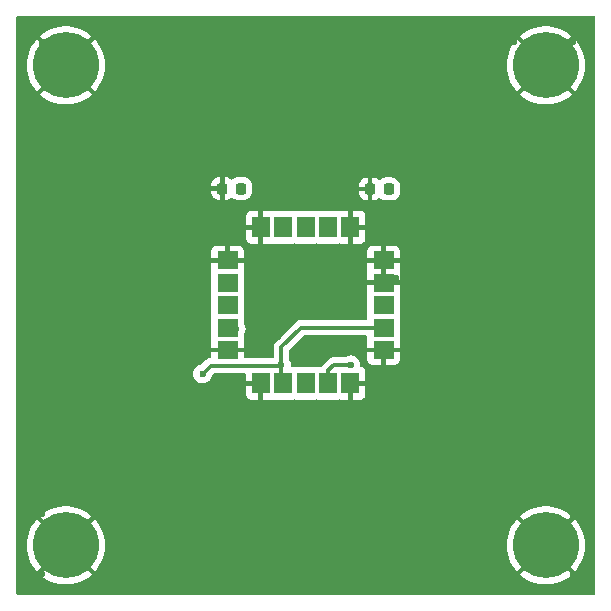
<source format=gbr>
%TF.GenerationSoftware,KiCad,Pcbnew,8.0.6+1*%
%TF.CreationDate,2025-01-11T17:58:48+00:00*%
%TF.ProjectId,TFGPSLITE02,54464750-534c-4495-9445-30322e6b6963,rev?*%
%TF.SameCoordinates,Original*%
%TF.FileFunction,Copper,L1,Top*%
%TF.FilePolarity,Positive*%
%FSLAX46Y46*%
G04 Gerber Fmt 4.6, Leading zero omitted, Abs format (unit mm)*
G04 Created by KiCad (PCBNEW 8.0.6+1) date 2025-01-11 17:58:48*
%MOMM*%
%LPD*%
G01*
G04 APERTURE LIST*
G04 Aperture macros list*
%AMRoundRect*
0 Rectangle with rounded corners*
0 $1 Rounding radius*
0 $2 $3 $4 $5 $6 $7 $8 $9 X,Y pos of 4 corners*
0 Add a 4 corners polygon primitive as box body*
4,1,4,$2,$3,$4,$5,$6,$7,$8,$9,$2,$3,0*
0 Add four circle primitives for the rounded corners*
1,1,$1+$1,$2,$3*
1,1,$1+$1,$4,$5*
1,1,$1+$1,$6,$7*
1,1,$1+$1,$8,$9*
0 Add four rect primitives between the rounded corners*
20,1,$1+$1,$2,$3,$4,$5,0*
20,1,$1+$1,$4,$5,$6,$7,0*
20,1,$1+$1,$6,$7,$8,$9,0*
20,1,$1+$1,$8,$9,$2,$3,0*%
G04 Aperture macros list end*
%TA.AperFunction,ComponentPad*%
%ADD10C,5.600000*%
%TD*%
%TA.AperFunction,SMDPad,CuDef*%
%ADD11R,1.800000X1.500000*%
%TD*%
%TA.AperFunction,SMDPad,CuDef*%
%ADD12R,1.500000X1.800000*%
%TD*%
%TA.AperFunction,SMDPad,CuDef*%
%ADD13RoundRect,0.218750X-0.218750X-0.256250X0.218750X-0.256250X0.218750X0.256250X-0.218750X0.256250X0*%
%TD*%
%TA.AperFunction,ViaPad*%
%ADD14C,0.600000*%
%TD*%
%TA.AperFunction,Conductor*%
%ADD15C,0.300000*%
%TD*%
%TA.AperFunction,Conductor*%
%ADD16C,0.500000*%
%TD*%
G04 APERTURE END LIST*
D10*
%TO.P,M4,1*%
%TO.N,GND*%
X156340000Y-130320000D03*
%TD*%
D11*
%TO.P,U2,1,GND*%
%TO.N,GND*%
X142610000Y-113795000D03*
%TO.P,U2,2,VCC_IO*%
%TO.N,+3V3*%
X142610000Y-111895000D03*
%TO.P,U2,3,V_BCKP*%
%TO.N,/UBX_VBCKP*%
X142610000Y-109995000D03*
%TO.P,U2,4,GND*%
%TO.N,GND*%
X142610000Y-108095000D03*
%TO.P,U2,5,GND*%
X142610000Y-106195000D03*
D12*
%TO.P,U2,6,GND*%
X139810000Y-103395000D03*
%TO.P,U2,7,TIMEPULSE*%
%TO.N,/TPL*%
X137910000Y-103395000D03*
%TO.P,U2,8,~{SAFEBOOT}*%
%TO.N,unconnected-(U2-~{SAFEBOOT}-Pad8)*%
X136010000Y-103395000D03*
%TO.P,U2,9,SDA*%
%TO.N,Net-(U2-SDA)*%
X134110000Y-103395000D03*
%TO.P,U2,10,GND*%
%TO.N,GND*%
X132210000Y-103395000D03*
D11*
%TO.P,U2,11,GND*%
X129410000Y-106195000D03*
%TO.P,U2,12,SCL*%
%TO.N,Net-(U2-SCL)*%
X129410000Y-108095000D03*
%TO.P,U2,13,TXD*%
%TO.N,/L_UBX_TX*%
X129410000Y-109995000D03*
%TO.P,U2,14,RXD*%
%TO.N,/L_UBX_RX*%
X129410000Y-111895000D03*
%TO.P,U2,15,GND*%
%TO.N,GND*%
X129410000Y-113795000D03*
D12*
%TO.P,U2,16,GND*%
X132210000Y-116595000D03*
%TO.P,U2,17,VCC*%
%TO.N,+3V3*%
X134110000Y-116595000D03*
%TO.P,U2,18,~{RESET}*%
%TO.N,unconnected-(U2-~{RESET}-Pad18)*%
X136010000Y-116595000D03*
%TO.P,U2,19,EXTINT*%
%TO.N,/EXTINT*%
X137910000Y-116595000D03*
%TO.P,U2,20,GND*%
%TO.N,GND*%
X139810000Y-116595000D03*
%TD*%
D13*
%TO.P,D3,1,K*%
%TO.N,GND*%
X141460000Y-100150000D03*
%TO.P,D3,2,A*%
%TO.N,Net-(D3-A)*%
X143035000Y-100150000D03*
%TD*%
D10*
%TO.P,M1,1*%
%TO.N,GND*%
X115700000Y-89680000D03*
%TD*%
%TO.P,M3,1*%
%TO.N,GND*%
X115700000Y-130320000D03*
%TD*%
D13*
%TO.P,D2,1,K*%
%TO.N,GND*%
X128965000Y-100120000D03*
%TO.P,D2,2,A*%
%TO.N,Net-(D2-A)*%
X130540000Y-100120000D03*
%TD*%
D10*
%TO.P,M2,1*%
%TO.N,GND*%
X156340000Y-89680000D03*
%TD*%
D14*
%TO.N,+3V3*%
X142610000Y-111895000D03*
X133970000Y-115050000D03*
X127290000Y-115800000D03*
%TO.N,GND*%
X118670000Y-102710000D03*
X148670000Y-97710000D03*
X148670000Y-127710000D03*
X118670000Y-87710000D03*
X123670000Y-112710000D03*
X138670000Y-127710000D03*
X113670000Y-127710000D03*
X153670000Y-117710000D03*
X148670000Y-87710000D03*
X158670000Y-97710000D03*
X123670000Y-87710000D03*
X130090000Y-122220000D03*
X113670000Y-132710000D03*
X158670000Y-132710000D03*
X133670000Y-122710000D03*
X136090000Y-119220000D03*
X113670000Y-102710000D03*
X123670000Y-132710000D03*
X145090000Y-116220000D03*
X123670000Y-122710000D03*
X133670000Y-127710000D03*
X136090000Y-122220000D03*
X118670000Y-92710000D03*
X158670000Y-117710000D03*
X118670000Y-117710000D03*
X148670000Y-92710000D03*
X138670000Y-132710000D03*
X143670000Y-122710000D03*
X113670000Y-117710000D03*
X113670000Y-97710000D03*
X153670000Y-97710000D03*
X143670000Y-97710000D03*
X143670000Y-102710000D03*
X123670000Y-102710000D03*
X148670000Y-102710000D03*
X127090000Y-122220000D03*
X138670000Y-122710000D03*
X118670000Y-107710000D03*
X128670000Y-102710000D03*
X153670000Y-102710000D03*
X128670000Y-132710000D03*
X147070000Y-109395000D03*
X123670000Y-127710000D03*
X148670000Y-107710000D03*
X128670000Y-87710000D03*
X158670000Y-87710000D03*
X147640000Y-108040000D03*
X128670000Y-127710000D03*
X128670000Y-92710000D03*
X158670000Y-112710000D03*
X143670000Y-132710000D03*
X118670000Y-132710000D03*
X118670000Y-97710000D03*
X143670000Y-117710000D03*
X118670000Y-127710000D03*
X138670000Y-97710000D03*
X113670000Y-112710000D03*
X133670000Y-112710000D03*
X148670000Y-132710000D03*
X113670000Y-107710000D03*
X118670000Y-122710000D03*
X153670000Y-127710000D03*
X138670000Y-87710000D03*
X143670000Y-107710000D03*
X113670000Y-122710000D03*
X136090000Y-113220000D03*
X113670000Y-87710000D03*
X158670000Y-122710000D03*
X153670000Y-107710000D03*
X113670000Y-92710000D03*
X143670000Y-92710000D03*
X158670000Y-107710000D03*
X128670000Y-122710000D03*
X153670000Y-132710000D03*
X133670000Y-87710000D03*
X123670000Y-97710000D03*
X143670000Y-87710000D03*
X158670000Y-92710000D03*
X123670000Y-92710000D03*
X133670000Y-97710000D03*
X124090000Y-122220000D03*
X153670000Y-87710000D03*
X138830000Y-112880000D03*
X143670000Y-127710000D03*
X133090000Y-122220000D03*
X128670000Y-97710000D03*
X153670000Y-122710000D03*
X133670000Y-92710000D03*
X158670000Y-127710000D03*
X133670000Y-132710000D03*
X124090000Y-119220000D03*
X139000000Y-107700000D03*
X145090000Y-122220000D03*
X148670000Y-122710000D03*
X138670000Y-92710000D03*
X148670000Y-117710000D03*
X123670000Y-107710000D03*
X153670000Y-92710000D03*
X153670000Y-112710000D03*
X158670000Y-102710000D03*
X133670000Y-107710000D03*
X142090000Y-122620000D03*
X118670000Y-112710000D03*
%TO.N,/UBX_VBCKP*%
X142180000Y-109630000D03*
%TO.N,Net-(D2-A)*%
X130540000Y-100120000D03*
%TO.N,Net-(D3-A)*%
X143170000Y-100110000D03*
%TO.N,Net-(U2-SDA)*%
X134120000Y-103400000D03*
%TO.N,Net-(U2-SCL)*%
X129410000Y-107770000D03*
%TO.N,/L_UBX_TX*%
X129450000Y-110250000D03*
%TO.N,/L_UBX_RX*%
X130130000Y-111980000D03*
%TO.N,/TPL*%
X137910000Y-103395000D03*
%TO.N,/EXTINT*%
X139840000Y-115055000D03*
%TD*%
D15*
%TO.N,+3V3*%
X134637500Y-116870000D02*
X134620000Y-116852500D01*
X133970000Y-115110000D02*
X133970000Y-116450000D01*
X135590000Y-111900000D02*
X133970000Y-113520000D01*
X133970000Y-116450000D02*
X134120000Y-116600000D01*
X133970000Y-115050000D02*
X133970000Y-115110000D01*
X127980000Y-115110000D02*
X127290000Y-115800000D01*
X142620000Y-111900000D02*
X135590000Y-111900000D01*
X133970000Y-115110000D02*
X127980000Y-115110000D01*
X133970000Y-113520000D02*
X133970000Y-115050000D01*
%TO.N,GND*%
X140460000Y-116757500D02*
X140347500Y-116870000D01*
D16*
%TO.N,Net-(D3-A)*%
X143130000Y-100150000D02*
X143170000Y-100110000D01*
X143035000Y-100150000D02*
X143130000Y-100150000D01*
D15*
%TO.N,/EXTINT*%
X137920000Y-115520000D02*
X137920000Y-116600000D01*
X138385000Y-115055000D02*
X137920000Y-115520000D01*
X139840000Y-115055000D02*
X138385000Y-115055000D01*
%TD*%
%TA.AperFunction,Conductor*%
%TO.N,GND*%
G36*
X160478691Y-85519407D02*
G01*
X160514655Y-85568907D01*
X160519500Y-85599500D01*
X160519500Y-134400500D01*
X160500593Y-134458691D01*
X160451093Y-134494655D01*
X160420500Y-134499500D01*
X111619500Y-134499500D01*
X111561309Y-134480593D01*
X111525345Y-134431093D01*
X111520500Y-134400500D01*
X111520500Y-130320000D01*
X112395153Y-130320000D01*
X112414525Y-130677317D01*
X112472418Y-131030449D01*
X112568146Y-131375229D01*
X112568148Y-131375234D01*
X112700604Y-131707673D01*
X112868215Y-132023822D01*
X113069032Y-132320004D01*
X113069039Y-132320014D01*
X113228918Y-132508236D01*
X114435502Y-131301651D01*
X114479588Y-131362330D01*
X114657670Y-131540412D01*
X114718345Y-131584495D01*
X113510943Y-132791898D01*
X113560488Y-132838829D01*
X113845358Y-133055382D01*
X113845363Y-133055385D01*
X114151980Y-133239871D01*
X114476744Y-133390123D01*
X114815868Y-133504387D01*
X115165330Y-133581310D01*
X115165329Y-133581310D01*
X115521078Y-133620000D01*
X115878922Y-133620000D01*
X116234670Y-133581310D01*
X116584130Y-133504387D01*
X116584132Y-133504387D01*
X116923255Y-133390123D01*
X117248019Y-133239871D01*
X117554636Y-133055385D01*
X117554641Y-133055382D01*
X117839509Y-132838832D01*
X117839515Y-132838827D01*
X117889055Y-132791898D01*
X117889055Y-132791897D01*
X116681653Y-131584495D01*
X116742330Y-131540412D01*
X116920412Y-131362330D01*
X116964496Y-131301653D01*
X118171080Y-132508237D01*
X118330962Y-132320011D01*
X118330966Y-132320007D01*
X118531784Y-132023822D01*
X118699395Y-131707673D01*
X118831851Y-131375234D01*
X118831853Y-131375229D01*
X118927581Y-131030449D01*
X118985474Y-130677317D01*
X119004846Y-130320000D01*
X153035153Y-130320000D01*
X153054525Y-130677317D01*
X153112418Y-131030449D01*
X153208146Y-131375229D01*
X153208148Y-131375234D01*
X153340604Y-131707673D01*
X153508215Y-132023822D01*
X153709032Y-132320004D01*
X153709039Y-132320014D01*
X153868918Y-132508236D01*
X155075502Y-131301651D01*
X155119588Y-131362330D01*
X155297670Y-131540412D01*
X155358345Y-131584495D01*
X154150943Y-132791898D01*
X154200488Y-132838829D01*
X154485358Y-133055382D01*
X154485363Y-133055385D01*
X154791980Y-133239871D01*
X155116744Y-133390123D01*
X155455868Y-133504387D01*
X155805330Y-133581310D01*
X155805329Y-133581310D01*
X156161078Y-133620000D01*
X156518922Y-133620000D01*
X156874670Y-133581310D01*
X157224130Y-133504387D01*
X157224132Y-133504387D01*
X157563255Y-133390123D01*
X157888019Y-133239871D01*
X158194636Y-133055385D01*
X158194641Y-133055382D01*
X158479509Y-132838832D01*
X158479515Y-132838827D01*
X158529055Y-132791898D01*
X158529055Y-132791897D01*
X157321653Y-131584495D01*
X157382330Y-131540412D01*
X157560412Y-131362330D01*
X157604496Y-131301653D01*
X158811080Y-132508237D01*
X158970962Y-132320011D01*
X158970966Y-132320007D01*
X159171784Y-132023822D01*
X159339395Y-131707673D01*
X159471851Y-131375234D01*
X159471853Y-131375229D01*
X159567581Y-131030449D01*
X159625474Y-130677317D01*
X159644846Y-130320000D01*
X159625474Y-129962682D01*
X159567581Y-129609550D01*
X159471853Y-129264770D01*
X159471851Y-129264765D01*
X159339395Y-128932326D01*
X159171784Y-128616177D01*
X158970967Y-128319995D01*
X158970960Y-128319985D01*
X158811079Y-128131761D01*
X157604495Y-129338345D01*
X157560412Y-129277670D01*
X157382330Y-129099588D01*
X157321652Y-129055502D01*
X158529055Y-127848100D01*
X158479511Y-127801170D01*
X158194641Y-127584617D01*
X158194636Y-127584614D01*
X157888019Y-127400128D01*
X157563255Y-127249876D01*
X157224131Y-127135612D01*
X156874669Y-127058689D01*
X156874670Y-127058689D01*
X156518922Y-127020000D01*
X156161078Y-127020000D01*
X155805329Y-127058689D01*
X155455869Y-127135612D01*
X155455867Y-127135612D01*
X155116744Y-127249876D01*
X154791980Y-127400128D01*
X154485363Y-127584614D01*
X154485358Y-127584617D01*
X154200488Y-127801169D01*
X154150943Y-127848100D01*
X155358346Y-129055503D01*
X155297670Y-129099588D01*
X155119588Y-129277670D01*
X155075503Y-129338346D01*
X153868918Y-128131761D01*
X153709039Y-128319985D01*
X153709032Y-128319995D01*
X153508215Y-128616177D01*
X153340604Y-128932326D01*
X153208148Y-129264765D01*
X153208146Y-129264770D01*
X153112418Y-129609550D01*
X153054525Y-129962682D01*
X153035153Y-130320000D01*
X119004846Y-130320000D01*
X118985474Y-129962682D01*
X118927581Y-129609550D01*
X118831853Y-129264770D01*
X118831851Y-129264765D01*
X118699395Y-128932326D01*
X118531784Y-128616177D01*
X118330967Y-128319995D01*
X118330960Y-128319985D01*
X118171079Y-128131761D01*
X116964495Y-129338345D01*
X116920412Y-129277670D01*
X116742330Y-129099588D01*
X116681652Y-129055502D01*
X117889055Y-127848100D01*
X117839511Y-127801170D01*
X117554641Y-127584617D01*
X117554636Y-127584614D01*
X117248019Y-127400128D01*
X116923255Y-127249876D01*
X116584131Y-127135612D01*
X116234669Y-127058689D01*
X116234670Y-127058689D01*
X115878922Y-127020000D01*
X115521078Y-127020000D01*
X115165329Y-127058689D01*
X114815869Y-127135612D01*
X114815867Y-127135612D01*
X114476744Y-127249876D01*
X114151980Y-127400128D01*
X113845363Y-127584614D01*
X113845358Y-127584617D01*
X113560488Y-127801169D01*
X113510943Y-127848100D01*
X114718346Y-129055503D01*
X114657670Y-129099588D01*
X114479588Y-129277670D01*
X114435503Y-129338346D01*
X113228918Y-128131761D01*
X113069039Y-128319985D01*
X113069032Y-128319995D01*
X112868215Y-128616177D01*
X112700604Y-128932326D01*
X112568148Y-129264765D01*
X112568146Y-129264770D01*
X112472418Y-129609550D01*
X112414525Y-129962682D01*
X112395153Y-130320000D01*
X111520500Y-130320000D01*
X111520500Y-117542824D01*
X130959999Y-117542824D01*
X130966401Y-117602370D01*
X130966403Y-117602381D01*
X131016646Y-117737088D01*
X131016647Y-117737090D01*
X131102807Y-117852184D01*
X131102815Y-117852192D01*
X131217909Y-117938352D01*
X131217911Y-117938353D01*
X131352618Y-117988596D01*
X131352629Y-117988598D01*
X131412176Y-117995000D01*
X132009999Y-117995000D01*
X132010000Y-117994999D01*
X132010000Y-116795001D01*
X132009999Y-116795000D01*
X130960001Y-116795000D01*
X130960000Y-116795001D01*
X130960000Y-117542824D01*
X130959999Y-117542824D01*
X111520500Y-117542824D01*
X111520500Y-115800000D01*
X126484435Y-115800000D01*
X126504632Y-115979257D01*
X126504633Y-115979261D01*
X126564211Y-116149522D01*
X126564211Y-116149523D01*
X126660181Y-116302258D01*
X126660184Y-116302262D01*
X126787738Y-116429816D01*
X126787740Y-116429817D01*
X126787741Y-116429818D01*
X126841197Y-116463407D01*
X126940478Y-116525789D01*
X127008657Y-116549646D01*
X127110738Y-116585366D01*
X127110742Y-116585367D01*
X127110745Y-116585368D01*
X127290000Y-116605565D01*
X127469255Y-116585368D01*
X127639522Y-116525789D01*
X127792262Y-116429816D01*
X127919816Y-116302262D01*
X128015789Y-116149522D01*
X128075368Y-115979255D01*
X128077162Y-115963325D01*
X128102466Y-115907619D01*
X128105512Y-115904433D01*
X128220450Y-115789496D01*
X128274967Y-115761719D01*
X128290453Y-115760500D01*
X130861000Y-115760500D01*
X130919191Y-115779407D01*
X130955155Y-115828907D01*
X130960000Y-115859500D01*
X130960000Y-116394999D01*
X130960001Y-116395000D01*
X132311000Y-116395000D01*
X132369191Y-116413907D01*
X132405155Y-116463407D01*
X132410000Y-116494000D01*
X132410000Y-117994999D01*
X132410001Y-117995000D01*
X133007824Y-117995000D01*
X133067374Y-117988598D01*
X133124687Y-117967221D01*
X133185816Y-117964600D01*
X133193869Y-117967217D01*
X133252517Y-117989091D01*
X133312127Y-117995500D01*
X134907872Y-117995499D01*
X134967483Y-117989091D01*
X135025406Y-117967486D01*
X135086532Y-117964866D01*
X135094569Y-117967477D01*
X135152517Y-117989091D01*
X135212127Y-117995500D01*
X136807872Y-117995499D01*
X136867483Y-117989091D01*
X136925406Y-117967486D01*
X136986532Y-117964866D01*
X136994569Y-117967477D01*
X137052517Y-117989091D01*
X137112127Y-117995500D01*
X138707872Y-117995499D01*
X138767483Y-117989091D01*
X138826119Y-117967220D01*
X138887246Y-117964601D01*
X138895311Y-117967221D01*
X138952623Y-117988597D01*
X138952624Y-117988598D01*
X139012176Y-117995000D01*
X139609999Y-117995000D01*
X139610000Y-117994999D01*
X139610000Y-116795001D01*
X140010000Y-116795001D01*
X140010000Y-117994999D01*
X140010001Y-117995000D01*
X140607824Y-117995000D01*
X140667370Y-117988598D01*
X140667381Y-117988596D01*
X140802088Y-117938353D01*
X140802090Y-117938352D01*
X140917184Y-117852192D01*
X140917192Y-117852184D01*
X141003352Y-117737090D01*
X141003353Y-117737088D01*
X141053596Y-117602381D01*
X141053598Y-117602370D01*
X141060000Y-117542824D01*
X141060000Y-116795001D01*
X141059999Y-116795000D01*
X140010001Y-116795000D01*
X140010000Y-116795001D01*
X139610000Y-116795001D01*
X139610000Y-116494000D01*
X139628907Y-116435809D01*
X139678407Y-116399845D01*
X139709000Y-116395000D01*
X141059999Y-116395000D01*
X141060000Y-116394999D01*
X141060000Y-115647175D01*
X141053598Y-115587629D01*
X141053596Y-115587618D01*
X141003353Y-115452911D01*
X141003352Y-115452909D01*
X140917192Y-115337815D01*
X140917184Y-115337807D01*
X140802090Y-115251647D01*
X140703051Y-115214707D01*
X140655137Y-115176656D01*
X140638739Y-115117709D01*
X140639271Y-115110864D01*
X140645565Y-115055004D01*
X140645565Y-115055003D01*
X140645565Y-115055000D01*
X140625368Y-114875745D01*
X140623618Y-114870745D01*
X140594346Y-114787090D01*
X140565789Y-114705478D01*
X140562647Y-114700478D01*
X140495004Y-114592824D01*
X141209999Y-114592824D01*
X141216401Y-114652370D01*
X141216403Y-114652381D01*
X141266646Y-114787088D01*
X141266647Y-114787090D01*
X141352807Y-114902184D01*
X141352815Y-114902192D01*
X141467909Y-114988352D01*
X141467911Y-114988353D01*
X141602618Y-115038596D01*
X141602629Y-115038598D01*
X141662176Y-115045000D01*
X142409999Y-115045000D01*
X142410000Y-115044999D01*
X142410000Y-113995001D01*
X142810000Y-113995001D01*
X142810000Y-115044999D01*
X142810001Y-115045000D01*
X143557824Y-115045000D01*
X143617370Y-115038598D01*
X143617381Y-115038596D01*
X143752088Y-114988353D01*
X143752090Y-114988352D01*
X143867184Y-114902192D01*
X143867192Y-114902184D01*
X143953352Y-114787090D01*
X143953353Y-114787088D01*
X144003596Y-114652381D01*
X144003598Y-114652370D01*
X144010000Y-114592824D01*
X144010000Y-113995001D01*
X144009999Y-113995000D01*
X142810001Y-113995000D01*
X142810000Y-113995001D01*
X142410000Y-113995001D01*
X142409999Y-113995000D01*
X141210001Y-113995000D01*
X141210000Y-113995001D01*
X141210000Y-114592824D01*
X141209999Y-114592824D01*
X140495004Y-114592824D01*
X140469818Y-114552741D01*
X140469817Y-114552740D01*
X140469816Y-114552738D01*
X140342262Y-114425184D01*
X140342259Y-114425182D01*
X140342258Y-114425181D01*
X140189523Y-114329211D01*
X140019261Y-114269633D01*
X140019257Y-114269632D01*
X139840000Y-114249435D01*
X139660742Y-114269632D01*
X139660738Y-114269633D01*
X139490477Y-114329211D01*
X139490476Y-114329211D01*
X139394805Y-114389326D01*
X139342134Y-114404500D01*
X138320930Y-114404500D01*
X138258093Y-114416999D01*
X138195256Y-114429499D01*
X138195255Y-114429499D01*
X138195252Y-114429500D01*
X138076873Y-114478534D01*
X137970333Y-114549721D01*
X137414726Y-115105327D01*
X137414723Y-115105330D01*
X137414723Y-115105331D01*
X137400850Y-115126093D01*
X137384540Y-115150503D01*
X137336489Y-115188382D01*
X137302226Y-115194500D01*
X137112131Y-115194500D01*
X137112129Y-115194500D01*
X137112128Y-115194501D01*
X137082322Y-115197705D01*
X137052516Y-115200909D01*
X136994594Y-115222512D01*
X136933465Y-115225131D01*
X136925415Y-115222516D01*
X136867483Y-115200909D01*
X136867479Y-115200908D01*
X136867477Y-115200908D01*
X136836249Y-115197550D01*
X136807873Y-115194500D01*
X136807870Y-115194500D01*
X135212133Y-115194500D01*
X135212129Y-115194500D01*
X135212128Y-115194501D01*
X135182322Y-115197705D01*
X135152516Y-115200909D01*
X135094594Y-115222512D01*
X135033465Y-115225131D01*
X135025415Y-115222516D01*
X134967483Y-115200909D01*
X134967479Y-115200908D01*
X134967477Y-115200908D01*
X134936249Y-115197550D01*
X134907873Y-115194500D01*
X134907870Y-115194500D01*
X134870065Y-115194500D01*
X134811874Y-115175593D01*
X134775910Y-115126093D01*
X134771687Y-115084416D01*
X134772837Y-115074211D01*
X134775565Y-115050000D01*
X134755368Y-114870745D01*
X134695789Y-114700478D01*
X134635674Y-114604805D01*
X134620500Y-114552134D01*
X134620500Y-113830454D01*
X134639407Y-113772263D01*
X134649496Y-113760450D01*
X135830450Y-112579496D01*
X135884967Y-112551719D01*
X135900454Y-112550500D01*
X141110501Y-112550500D01*
X141168692Y-112569407D01*
X141204656Y-112618907D01*
X141209501Y-112649500D01*
X141209501Y-112692870D01*
X141215908Y-112752480D01*
X141215909Y-112752485D01*
X141237778Y-112811118D01*
X141240398Y-112872247D01*
X141237779Y-112880310D01*
X141216402Y-112937625D01*
X141216401Y-112937629D01*
X141210000Y-112997175D01*
X141210000Y-113594999D01*
X141210001Y-113595000D01*
X144009999Y-113595000D01*
X144010000Y-113594999D01*
X144010000Y-112997175D01*
X144003598Y-112937624D01*
X144003597Y-112937623D01*
X143982221Y-112880311D01*
X143979600Y-112819182D01*
X143982212Y-112811143D01*
X144004091Y-112752483D01*
X144010500Y-112692873D01*
X144010499Y-111097128D01*
X144004091Y-111037517D01*
X143982486Y-110979593D01*
X143979866Y-110918468D01*
X143982477Y-110910430D01*
X144004091Y-110852483D01*
X144010500Y-110792873D01*
X144010499Y-109197128D01*
X144004091Y-109137517D01*
X143982220Y-109078880D01*
X143979601Y-109017753D01*
X143982221Y-109009687D01*
X144003598Y-108952374D01*
X144010000Y-108892824D01*
X144010000Y-108295001D01*
X144009999Y-108295000D01*
X141210001Y-108295000D01*
X141210000Y-108295001D01*
X141210000Y-108892824D01*
X141209999Y-108892824D01*
X141216401Y-108952370D01*
X141216403Y-108952381D01*
X141237778Y-109009689D01*
X141240398Y-109070818D01*
X141237780Y-109078876D01*
X141237512Y-109079598D01*
X141215909Y-109137518D01*
X141215908Y-109137522D01*
X141209500Y-109197129D01*
X141209500Y-110792866D01*
X141209501Y-110792870D01*
X141215909Y-110852485D01*
X141237511Y-110910404D01*
X141240131Y-110971533D01*
X141237512Y-110979595D01*
X141215909Y-111037515D01*
X141215908Y-111037522D01*
X141209500Y-111097129D01*
X141209500Y-111150500D01*
X141190593Y-111208691D01*
X141141093Y-111244655D01*
X141110500Y-111249500D01*
X135525930Y-111249500D01*
X135463093Y-111261999D01*
X135400256Y-111274499D01*
X135400255Y-111274499D01*
X135400252Y-111274500D01*
X135281873Y-111323534D01*
X135175334Y-111394720D01*
X133464720Y-113105334D01*
X133393534Y-113211873D01*
X133344500Y-113330252D01*
X133344499Y-113330257D01*
X133319500Y-113455930D01*
X133319500Y-114360500D01*
X133300593Y-114418691D01*
X133251093Y-114454655D01*
X133220500Y-114459500D01*
X130909000Y-114459500D01*
X130850809Y-114440593D01*
X130814845Y-114391093D01*
X130810000Y-114360500D01*
X130810000Y-113995001D01*
X130809999Y-113995000D01*
X128010001Y-113995000D01*
X128010000Y-113995001D01*
X128010000Y-114360506D01*
X127991093Y-114418697D01*
X127941593Y-114454661D01*
X127920706Y-114459029D01*
X127915937Y-114459498D01*
X127820243Y-114478534D01*
X127790256Y-114484499D01*
X127790255Y-114484499D01*
X127790252Y-114484500D01*
X127671873Y-114533534D01*
X127565330Y-114604723D01*
X127185589Y-114984463D01*
X127131073Y-115012240D01*
X127126675Y-115012836D01*
X127110747Y-115014631D01*
X127110740Y-115014632D01*
X126940477Y-115074211D01*
X126940476Y-115074211D01*
X126787741Y-115170181D01*
X126660181Y-115297741D01*
X126564211Y-115450476D01*
X126564211Y-115450477D01*
X126504633Y-115620738D01*
X126504632Y-115620742D01*
X126484435Y-115800000D01*
X111520500Y-115800000D01*
X111520500Y-107297129D01*
X128009500Y-107297129D01*
X128009500Y-108892866D01*
X128009501Y-108892870D01*
X128015909Y-108952485D01*
X128037511Y-109010404D01*
X128040131Y-109071533D01*
X128037512Y-109079595D01*
X128015909Y-109137515D01*
X128015908Y-109137522D01*
X128009500Y-109197129D01*
X128009500Y-110792866D01*
X128009501Y-110792870D01*
X128015909Y-110852485D01*
X128037511Y-110910404D01*
X128040131Y-110971533D01*
X128037512Y-110979595D01*
X128015909Y-111037515D01*
X128015908Y-111037522D01*
X128009500Y-111097129D01*
X128009500Y-112692866D01*
X128009501Y-112692870D01*
X128015908Y-112752480D01*
X128015909Y-112752485D01*
X128037778Y-112811118D01*
X128040398Y-112872247D01*
X128037779Y-112880310D01*
X128016402Y-112937625D01*
X128016401Y-112937629D01*
X128010000Y-112997175D01*
X128010000Y-113594999D01*
X128010001Y-113595000D01*
X130809999Y-113595000D01*
X130810000Y-113594999D01*
X130810000Y-112997175D01*
X130803598Y-112937624D01*
X130803597Y-112937623D01*
X130782221Y-112880311D01*
X130779600Y-112819182D01*
X130782212Y-112811143D01*
X130804091Y-112752483D01*
X130810500Y-112692873D01*
X130810499Y-112430119D01*
X130825674Y-112377448D01*
X130855789Y-112329522D01*
X130915368Y-112159255D01*
X130935565Y-111980000D01*
X130915368Y-111800745D01*
X130855789Y-111630478D01*
X130855788Y-111630476D01*
X130825673Y-111582547D01*
X130810499Y-111529877D01*
X130810499Y-111097133D01*
X130810499Y-111097128D01*
X130804091Y-111037517D01*
X130782486Y-110979593D01*
X130779866Y-110918468D01*
X130782477Y-110910430D01*
X130804091Y-110852483D01*
X130810500Y-110792873D01*
X130810499Y-109197128D01*
X130804091Y-109137517D01*
X130782486Y-109079593D01*
X130779866Y-109018468D01*
X130782477Y-109010430D01*
X130804091Y-108952483D01*
X130810500Y-108892873D01*
X130810499Y-107297128D01*
X130804091Y-107237517D01*
X130782220Y-107178880D01*
X130779601Y-107117753D01*
X130782221Y-107109687D01*
X130803598Y-107052374D01*
X130810000Y-106992824D01*
X141209999Y-106992824D01*
X141216401Y-107052370D01*
X141216402Y-107052377D01*
X141238045Y-107110405D01*
X141240664Y-107171534D01*
X141238045Y-107179595D01*
X141216402Y-107237622D01*
X141216401Y-107237629D01*
X141210000Y-107297175D01*
X141210000Y-107894999D01*
X141210001Y-107895000D01*
X142409999Y-107895000D01*
X142410000Y-107894999D01*
X142410000Y-106395001D01*
X142810000Y-106395001D01*
X142810000Y-107894999D01*
X142810001Y-107895000D01*
X144009999Y-107895000D01*
X144010000Y-107894999D01*
X144010000Y-107297175D01*
X144003598Y-107237629D01*
X144003597Y-107237625D01*
X143981954Y-107179598D01*
X143979333Y-107118469D01*
X143981954Y-107110402D01*
X144003597Y-107052374D01*
X144003598Y-107052370D01*
X144010000Y-106992824D01*
X144010000Y-106395001D01*
X144009999Y-106395000D01*
X142810001Y-106395000D01*
X142810000Y-106395001D01*
X142410000Y-106395001D01*
X142409999Y-106395000D01*
X141210001Y-106395000D01*
X141210000Y-106395001D01*
X141210000Y-106992824D01*
X141209999Y-106992824D01*
X130810000Y-106992824D01*
X130810000Y-106395001D01*
X130809999Y-106395000D01*
X128010001Y-106395000D01*
X128010000Y-106395001D01*
X128010000Y-106992824D01*
X128009999Y-106992824D01*
X128016401Y-107052370D01*
X128016403Y-107052381D01*
X128037778Y-107109689D01*
X128040398Y-107170818D01*
X128037780Y-107178876D01*
X128037512Y-107179598D01*
X128015909Y-107237518D01*
X128015908Y-107237522D01*
X128009500Y-107297129D01*
X111520500Y-107297129D01*
X111520500Y-105397175D01*
X128010000Y-105397175D01*
X128010000Y-105994999D01*
X128010001Y-105995000D01*
X129209999Y-105995000D01*
X129210000Y-105994999D01*
X129210000Y-104945001D01*
X129610000Y-104945001D01*
X129610000Y-105994999D01*
X129610001Y-105995000D01*
X130809999Y-105995000D01*
X130810000Y-105994999D01*
X130810000Y-105397175D01*
X141210000Y-105397175D01*
X141210000Y-105994999D01*
X141210001Y-105995000D01*
X142409999Y-105995000D01*
X142410000Y-105994999D01*
X142410000Y-104945001D01*
X142810000Y-104945001D01*
X142810000Y-105994999D01*
X142810001Y-105995000D01*
X144009999Y-105995000D01*
X144010000Y-105994999D01*
X144010000Y-105397175D01*
X144003598Y-105337629D01*
X144003596Y-105337618D01*
X143953353Y-105202911D01*
X143953352Y-105202909D01*
X143867192Y-105087815D01*
X143867184Y-105087807D01*
X143752090Y-105001647D01*
X143752088Y-105001646D01*
X143617381Y-104951403D01*
X143617370Y-104951401D01*
X143557824Y-104945000D01*
X142810001Y-104945000D01*
X142810000Y-104945001D01*
X142410000Y-104945001D01*
X142409999Y-104945000D01*
X141662176Y-104945000D01*
X141602629Y-104951401D01*
X141602618Y-104951403D01*
X141467911Y-105001646D01*
X141467909Y-105001647D01*
X141352815Y-105087807D01*
X141352807Y-105087815D01*
X141266647Y-105202909D01*
X141266646Y-105202911D01*
X141216403Y-105337618D01*
X141216401Y-105337629D01*
X141210000Y-105397175D01*
X130810000Y-105397175D01*
X130803598Y-105337629D01*
X130803596Y-105337618D01*
X130753353Y-105202911D01*
X130753352Y-105202909D01*
X130667192Y-105087815D01*
X130667184Y-105087807D01*
X130552090Y-105001647D01*
X130552088Y-105001646D01*
X130417381Y-104951403D01*
X130417370Y-104951401D01*
X130357824Y-104945000D01*
X129610001Y-104945000D01*
X129610000Y-104945001D01*
X129210000Y-104945001D01*
X129209999Y-104945000D01*
X128462176Y-104945000D01*
X128402629Y-104951401D01*
X128402618Y-104951403D01*
X128267911Y-105001646D01*
X128267909Y-105001647D01*
X128152815Y-105087807D01*
X128152807Y-105087815D01*
X128066647Y-105202909D01*
X128066646Y-105202911D01*
X128016403Y-105337618D01*
X128016401Y-105337629D01*
X128010000Y-105397175D01*
X111520500Y-105397175D01*
X111520500Y-104342824D01*
X130959999Y-104342824D01*
X130966401Y-104402370D01*
X130966403Y-104402381D01*
X131016646Y-104537088D01*
X131016647Y-104537090D01*
X131102807Y-104652184D01*
X131102815Y-104652192D01*
X131217909Y-104738352D01*
X131217911Y-104738353D01*
X131352618Y-104788596D01*
X131352629Y-104788598D01*
X131412176Y-104795000D01*
X132009999Y-104795000D01*
X132010000Y-104794999D01*
X132010000Y-103595001D01*
X132009999Y-103595000D01*
X130960001Y-103595000D01*
X130960000Y-103595001D01*
X130960000Y-104342824D01*
X130959999Y-104342824D01*
X111520500Y-104342824D01*
X111520500Y-102447175D01*
X130960000Y-102447175D01*
X130960000Y-103194999D01*
X130960001Y-103195000D01*
X132009999Y-103195000D01*
X132010000Y-103194999D01*
X132010000Y-101995001D01*
X132410000Y-101995001D01*
X132410000Y-104794999D01*
X132410001Y-104795000D01*
X133007824Y-104795000D01*
X133067374Y-104788598D01*
X133124687Y-104767221D01*
X133185816Y-104764600D01*
X133193869Y-104767217D01*
X133252517Y-104789091D01*
X133312127Y-104795500D01*
X134907872Y-104795499D01*
X134967483Y-104789091D01*
X135025406Y-104767486D01*
X135086532Y-104764866D01*
X135094569Y-104767477D01*
X135152517Y-104789091D01*
X135212127Y-104795500D01*
X136807872Y-104795499D01*
X136867483Y-104789091D01*
X136925406Y-104767486D01*
X136986532Y-104764866D01*
X136994569Y-104767477D01*
X137052517Y-104789091D01*
X137112127Y-104795500D01*
X138707872Y-104795499D01*
X138767483Y-104789091D01*
X138826119Y-104767220D01*
X138887246Y-104764601D01*
X138895311Y-104767221D01*
X138952623Y-104788597D01*
X138952624Y-104788598D01*
X139012176Y-104795000D01*
X139609999Y-104795000D01*
X139610000Y-104794999D01*
X139610000Y-103595001D01*
X140010000Y-103595001D01*
X140010000Y-104794999D01*
X140010001Y-104795000D01*
X140607824Y-104795000D01*
X140667370Y-104788598D01*
X140667381Y-104788596D01*
X140802088Y-104738353D01*
X140802090Y-104738352D01*
X140917184Y-104652192D01*
X140917192Y-104652184D01*
X141003352Y-104537090D01*
X141003353Y-104537088D01*
X141053596Y-104402381D01*
X141053598Y-104402370D01*
X141060000Y-104342824D01*
X141060000Y-103595001D01*
X141059999Y-103595000D01*
X140010001Y-103595000D01*
X140010000Y-103595001D01*
X139610000Y-103595001D01*
X139610000Y-101995001D01*
X140010000Y-101995001D01*
X140010000Y-103194999D01*
X140010001Y-103195000D01*
X141059999Y-103195000D01*
X141060000Y-103194999D01*
X141060000Y-102447175D01*
X141053598Y-102387629D01*
X141053596Y-102387618D01*
X141003353Y-102252911D01*
X141003352Y-102252909D01*
X140917192Y-102137815D01*
X140917184Y-102137807D01*
X140802090Y-102051647D01*
X140802088Y-102051646D01*
X140667381Y-102001403D01*
X140667370Y-102001401D01*
X140607824Y-101995000D01*
X140010001Y-101995000D01*
X140010000Y-101995001D01*
X139610000Y-101995001D01*
X139609999Y-101995000D01*
X139012176Y-101995000D01*
X138952629Y-102001401D01*
X138952625Y-102001402D01*
X138895310Y-102022779D01*
X138834180Y-102025398D01*
X138826118Y-102022778D01*
X138767488Y-102000910D01*
X138767483Y-102000909D01*
X138767481Y-102000908D01*
X138767477Y-102000908D01*
X138736249Y-101997550D01*
X138707873Y-101994500D01*
X138707870Y-101994500D01*
X137112133Y-101994500D01*
X137112129Y-101994500D01*
X137112128Y-101994501D01*
X137082322Y-101997705D01*
X137052516Y-102000909D01*
X136994594Y-102022512D01*
X136933465Y-102025131D01*
X136925415Y-102022516D01*
X136867483Y-102000909D01*
X136867479Y-102000908D01*
X136867477Y-102000908D01*
X136836249Y-101997550D01*
X136807873Y-101994500D01*
X136807870Y-101994500D01*
X135212133Y-101994500D01*
X135212129Y-101994500D01*
X135212128Y-101994501D01*
X135182322Y-101997705D01*
X135152516Y-102000909D01*
X135094594Y-102022512D01*
X135033465Y-102025131D01*
X135025415Y-102022516D01*
X134967483Y-102000909D01*
X134967479Y-102000908D01*
X134967477Y-102000908D01*
X134936249Y-101997550D01*
X134907873Y-101994500D01*
X134907870Y-101994500D01*
X133312133Y-101994500D01*
X133312129Y-101994500D01*
X133312128Y-101994501D01*
X133282322Y-101997705D01*
X133252516Y-102000909D01*
X133252513Y-102000909D01*
X133193882Y-102022778D01*
X133132753Y-102025398D01*
X133124689Y-102022778D01*
X133067381Y-102001403D01*
X133067370Y-102001401D01*
X133007824Y-101995000D01*
X132410001Y-101995000D01*
X132410000Y-101995001D01*
X132010000Y-101995001D01*
X132009999Y-101995000D01*
X131412176Y-101995000D01*
X131352629Y-102001401D01*
X131352618Y-102001403D01*
X131217911Y-102051646D01*
X131217909Y-102051647D01*
X131102815Y-102137807D01*
X131102807Y-102137815D01*
X131016647Y-102252909D01*
X131016646Y-102252911D01*
X130966403Y-102387618D01*
X130966401Y-102387629D01*
X130960000Y-102447175D01*
X111520500Y-102447175D01*
X111520500Y-100320001D01*
X128027501Y-100320001D01*
X128027501Y-100424150D01*
X128037555Y-100522574D01*
X128037558Y-100522586D01*
X128090407Y-100682075D01*
X128178612Y-100825077D01*
X128297422Y-100943887D01*
X128440424Y-101032092D01*
X128599919Y-101084943D01*
X128698349Y-101094999D01*
X128764999Y-101094998D01*
X128765000Y-101094998D01*
X128765000Y-100320001D01*
X128764999Y-100320000D01*
X128027502Y-100320000D01*
X128027501Y-100320001D01*
X111520500Y-100320001D01*
X111520500Y-99815848D01*
X128027500Y-99815848D01*
X128027500Y-99919999D01*
X128027501Y-99920000D01*
X128764999Y-99920000D01*
X128765000Y-99919999D01*
X128765000Y-99145001D01*
X129165000Y-99145001D01*
X129165000Y-101094998D01*
X129165001Y-101094999D01*
X129231650Y-101094999D01*
X129330074Y-101084944D01*
X129330086Y-101084941D01*
X129489575Y-101032092D01*
X129632577Y-100943887D01*
X129682143Y-100894322D01*
X129736660Y-100866545D01*
X129797092Y-100876116D01*
X129822147Y-100894319D01*
X129872109Y-100944281D01*
X129966561Y-101002540D01*
X130015206Y-101032545D01*
X130015208Y-101032546D01*
X130015213Y-101032549D01*
X130174815Y-101085436D01*
X130194517Y-101087448D01*
X130273318Y-101095500D01*
X130273326Y-101095500D01*
X130806682Y-101095500D01*
X130878318Y-101088180D01*
X130905185Y-101085436D01*
X131064787Y-101032549D01*
X131207891Y-100944281D01*
X131326781Y-100825391D01*
X131415049Y-100682287D01*
X131467936Y-100522685D01*
X131470955Y-100493131D01*
X131478000Y-100424181D01*
X131478000Y-100350001D01*
X140522501Y-100350001D01*
X140522501Y-100454150D01*
X140532555Y-100552574D01*
X140532558Y-100552586D01*
X140585407Y-100712075D01*
X140673612Y-100855077D01*
X140792422Y-100973887D01*
X140935424Y-101062092D01*
X141094919Y-101114943D01*
X141193349Y-101124999D01*
X141259999Y-101124998D01*
X141260000Y-101124998D01*
X141260000Y-100350001D01*
X141259999Y-100350000D01*
X140522502Y-100350000D01*
X140522501Y-100350001D01*
X131478000Y-100350001D01*
X131478000Y-99845848D01*
X140522500Y-99845848D01*
X140522500Y-99949999D01*
X140522501Y-99950000D01*
X141259999Y-99950000D01*
X141260000Y-99949999D01*
X141260000Y-99175001D01*
X141660000Y-99175001D01*
X141660000Y-101124998D01*
X141660001Y-101124999D01*
X141726650Y-101124999D01*
X141825074Y-101114944D01*
X141825086Y-101114941D01*
X141984575Y-101062092D01*
X142127577Y-100973887D01*
X142177143Y-100924322D01*
X142231660Y-100896545D01*
X142292092Y-100906116D01*
X142317147Y-100924319D01*
X142367109Y-100974281D01*
X142460835Y-101032092D01*
X142510206Y-101062545D01*
X142510208Y-101062546D01*
X142510213Y-101062549D01*
X142669815Y-101115436D01*
X142689517Y-101117448D01*
X142768318Y-101125500D01*
X142768326Y-101125500D01*
X143301682Y-101125500D01*
X143373318Y-101118180D01*
X143400185Y-101115436D01*
X143559787Y-101062549D01*
X143702891Y-100974281D01*
X143821781Y-100855391D01*
X143910049Y-100712287D01*
X143962936Y-100552685D01*
X143966012Y-100522574D01*
X143973000Y-100454181D01*
X143973000Y-100138327D01*
X143973622Y-100127243D01*
X143975565Y-100110000D01*
X143973622Y-100092753D01*
X143973000Y-100081671D01*
X143973000Y-99845818D01*
X143964948Y-99767017D01*
X143962936Y-99747315D01*
X143910049Y-99587713D01*
X143821781Y-99444609D01*
X143702891Y-99325719D01*
X143654252Y-99295718D01*
X143559793Y-99237454D01*
X143559785Y-99237450D01*
X143400182Y-99184563D01*
X143301682Y-99174500D01*
X143301674Y-99174500D01*
X142768326Y-99174500D01*
X142768318Y-99174500D01*
X142669817Y-99184563D01*
X142510214Y-99237450D01*
X142510206Y-99237454D01*
X142367111Y-99325718D01*
X142367110Y-99325718D01*
X142367109Y-99325718D01*
X142367109Y-99325719D01*
X142317148Y-99375679D01*
X142262634Y-99403455D01*
X142202202Y-99393884D01*
X142177143Y-99375678D01*
X142127577Y-99326112D01*
X141984575Y-99237907D01*
X141825080Y-99185056D01*
X141726651Y-99175000D01*
X141660001Y-99175000D01*
X141660000Y-99175001D01*
X141260000Y-99175001D01*
X141260000Y-99174999D01*
X141193350Y-99175000D01*
X141193349Y-99175001D01*
X141094925Y-99185055D01*
X141094913Y-99185058D01*
X140935424Y-99237907D01*
X140792422Y-99326112D01*
X140673612Y-99444922D01*
X140585407Y-99587924D01*
X140532556Y-99747419D01*
X140522500Y-99845848D01*
X131478000Y-99845848D01*
X131478000Y-99815818D01*
X131469948Y-99737017D01*
X131467936Y-99717315D01*
X131415049Y-99557713D01*
X131326781Y-99414609D01*
X131207891Y-99295719D01*
X131114164Y-99237907D01*
X131064793Y-99207454D01*
X131064785Y-99207450D01*
X130905182Y-99154563D01*
X130806682Y-99144500D01*
X130806674Y-99144500D01*
X130273326Y-99144500D01*
X130273318Y-99144500D01*
X130174817Y-99154563D01*
X130015214Y-99207450D01*
X130015206Y-99207454D01*
X129872111Y-99295718D01*
X129872110Y-99295718D01*
X129872109Y-99295718D01*
X129872109Y-99295719D01*
X129822148Y-99345679D01*
X129767634Y-99373455D01*
X129707202Y-99363884D01*
X129682143Y-99345678D01*
X129632577Y-99296112D01*
X129489575Y-99207907D01*
X129330080Y-99155056D01*
X129231651Y-99145000D01*
X129165001Y-99145000D01*
X129165000Y-99145001D01*
X128765000Y-99145001D01*
X128765000Y-99144999D01*
X128698350Y-99145000D01*
X128698349Y-99145001D01*
X128599925Y-99155055D01*
X128599913Y-99155058D01*
X128440424Y-99207907D01*
X128297422Y-99296112D01*
X128178612Y-99414922D01*
X128090407Y-99557924D01*
X128037556Y-99717419D01*
X128027500Y-99815848D01*
X111520500Y-99815848D01*
X111520500Y-89680000D01*
X112395153Y-89680000D01*
X112414525Y-90037317D01*
X112472418Y-90390449D01*
X112568146Y-90735229D01*
X112568148Y-90735234D01*
X112700604Y-91067673D01*
X112868215Y-91383822D01*
X113069032Y-91680004D01*
X113069039Y-91680014D01*
X113228918Y-91868236D01*
X114435502Y-90661651D01*
X114479588Y-90722330D01*
X114657670Y-90900412D01*
X114718345Y-90944495D01*
X113510943Y-92151898D01*
X113560488Y-92198829D01*
X113845358Y-92415382D01*
X113845363Y-92415385D01*
X114151980Y-92599871D01*
X114476744Y-92750123D01*
X114815868Y-92864387D01*
X115165330Y-92941310D01*
X115165329Y-92941310D01*
X115521078Y-92980000D01*
X115878922Y-92980000D01*
X116234670Y-92941310D01*
X116584130Y-92864387D01*
X116584132Y-92864387D01*
X116923255Y-92750123D01*
X117248019Y-92599871D01*
X117554636Y-92415385D01*
X117554641Y-92415382D01*
X117839509Y-92198832D01*
X117839515Y-92198827D01*
X117889055Y-92151898D01*
X117889055Y-92151897D01*
X116681653Y-90944495D01*
X116742330Y-90900412D01*
X116920412Y-90722330D01*
X116964496Y-90661653D01*
X118171080Y-91868237D01*
X118330962Y-91680011D01*
X118330966Y-91680007D01*
X118531784Y-91383822D01*
X118699395Y-91067673D01*
X118831851Y-90735234D01*
X118831853Y-90735229D01*
X118927581Y-90390449D01*
X118985474Y-90037317D01*
X119004846Y-89680000D01*
X153035153Y-89680000D01*
X153054525Y-90037317D01*
X153112418Y-90390449D01*
X153208146Y-90735229D01*
X153208148Y-90735234D01*
X153340604Y-91067673D01*
X153508215Y-91383822D01*
X153709032Y-91680004D01*
X153709039Y-91680014D01*
X153868918Y-91868236D01*
X155075502Y-90661651D01*
X155119588Y-90722330D01*
X155297670Y-90900412D01*
X155358345Y-90944495D01*
X154150943Y-92151898D01*
X154200488Y-92198829D01*
X154485358Y-92415382D01*
X154485363Y-92415385D01*
X154791980Y-92599871D01*
X155116744Y-92750123D01*
X155455868Y-92864387D01*
X155805330Y-92941310D01*
X155805329Y-92941310D01*
X156161078Y-92980000D01*
X156518922Y-92980000D01*
X156874670Y-92941310D01*
X157224130Y-92864387D01*
X157224132Y-92864387D01*
X157563255Y-92750123D01*
X157888019Y-92599871D01*
X158194636Y-92415385D01*
X158194641Y-92415382D01*
X158479509Y-92198832D01*
X158479515Y-92198827D01*
X158529055Y-92151898D01*
X158529055Y-92151897D01*
X157321653Y-90944495D01*
X157382330Y-90900412D01*
X157560412Y-90722330D01*
X157604496Y-90661653D01*
X158811080Y-91868237D01*
X158970962Y-91680011D01*
X158970966Y-91680007D01*
X159171784Y-91383822D01*
X159339395Y-91067673D01*
X159471851Y-90735234D01*
X159471853Y-90735229D01*
X159567581Y-90390449D01*
X159625474Y-90037317D01*
X159644846Y-89680000D01*
X159625474Y-89322682D01*
X159567581Y-88969550D01*
X159471853Y-88624770D01*
X159471851Y-88624765D01*
X159339395Y-88292326D01*
X159171784Y-87976177D01*
X158970967Y-87679995D01*
X158970960Y-87679985D01*
X158811079Y-87491761D01*
X157604495Y-88698345D01*
X157560412Y-88637670D01*
X157382330Y-88459588D01*
X157321652Y-88415502D01*
X158529055Y-87208100D01*
X158479511Y-87161170D01*
X158194641Y-86944617D01*
X158194636Y-86944614D01*
X157888019Y-86760128D01*
X157563255Y-86609876D01*
X157224131Y-86495612D01*
X156874669Y-86418689D01*
X156874670Y-86418689D01*
X156518922Y-86380000D01*
X156161078Y-86380000D01*
X155805329Y-86418689D01*
X155455869Y-86495612D01*
X155455867Y-86495612D01*
X155116744Y-86609876D01*
X154791980Y-86760128D01*
X154485363Y-86944614D01*
X154485358Y-86944617D01*
X154200488Y-87161169D01*
X154150943Y-87208100D01*
X155358346Y-88415503D01*
X155297670Y-88459588D01*
X155119588Y-88637670D01*
X155075503Y-88698346D01*
X153868918Y-87491761D01*
X153709039Y-87679985D01*
X153709032Y-87679995D01*
X153508215Y-87976177D01*
X153340604Y-88292326D01*
X153208148Y-88624765D01*
X153208146Y-88624770D01*
X153112418Y-88969550D01*
X153054525Y-89322682D01*
X153035153Y-89680000D01*
X119004846Y-89680000D01*
X118985474Y-89322682D01*
X118927581Y-88969550D01*
X118831853Y-88624770D01*
X118831851Y-88624765D01*
X118699395Y-88292326D01*
X118531784Y-87976177D01*
X118330967Y-87679995D01*
X118330960Y-87679985D01*
X118171079Y-87491761D01*
X116964495Y-88698345D01*
X116920412Y-88637670D01*
X116742330Y-88459588D01*
X116681652Y-88415502D01*
X117889055Y-87208100D01*
X117839511Y-87161170D01*
X117554641Y-86944617D01*
X117554636Y-86944614D01*
X117248019Y-86760128D01*
X116923255Y-86609876D01*
X116584131Y-86495612D01*
X116234669Y-86418689D01*
X116234670Y-86418689D01*
X115878922Y-86380000D01*
X115521078Y-86380000D01*
X115165329Y-86418689D01*
X114815869Y-86495612D01*
X114815867Y-86495612D01*
X114476744Y-86609876D01*
X114151980Y-86760128D01*
X113845363Y-86944614D01*
X113845358Y-86944617D01*
X113560488Y-87161169D01*
X113510943Y-87208100D01*
X114718346Y-88415503D01*
X114657670Y-88459588D01*
X114479588Y-88637670D01*
X114435503Y-88698346D01*
X113228918Y-87491761D01*
X113069039Y-87679985D01*
X113069032Y-87679995D01*
X112868215Y-87976177D01*
X112700604Y-88292326D01*
X112568148Y-88624765D01*
X112568146Y-88624770D01*
X112472418Y-88969550D01*
X112414525Y-89322682D01*
X112395153Y-89680000D01*
X111520500Y-89680000D01*
X111520500Y-85599500D01*
X111539407Y-85541309D01*
X111588907Y-85505345D01*
X111619500Y-85500500D01*
X160420500Y-85500500D01*
X160478691Y-85519407D01*
G37*
%TD.AperFunction*%
%TD*%
M02*

</source>
